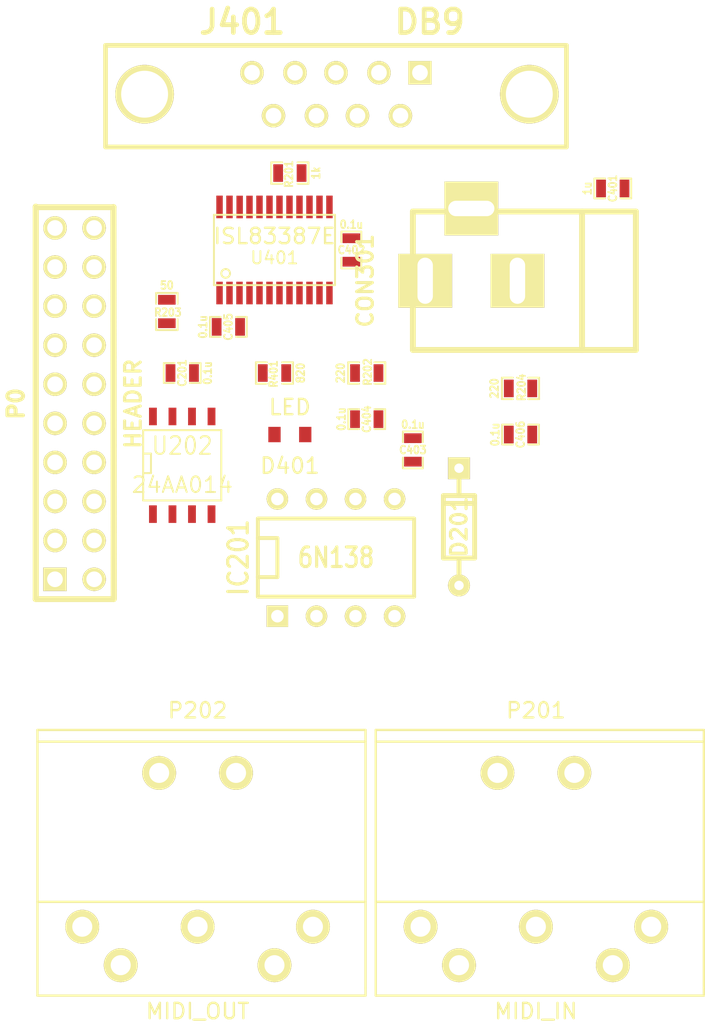
<source format=kicad_pcb>
(kicad_pcb (version 3) (host pcbnew "(2013-07-07 BZR 4022)-stable")

  (general
    (links 57)
    (no_connects 57)
    (area 0 0 0 0)
    (thickness 1.6)
    (drawings 0)
    (tracks 0)
    (zones 0)
    (modules 22)
    (nets 31)
  )

  (page A3)
  (layers
    (15 F.Cu signal)
    (0 B.Cu signal)
    (16 B.Adhes user)
    (17 F.Adhes user)
    (18 B.Paste user)
    (19 F.Paste user)
    (20 B.SilkS user)
    (21 F.SilkS user)
    (22 B.Mask user)
    (23 F.Mask user)
    (24 Dwgs.User user)
    (25 Cmts.User user)
    (26 Eco1.User user)
    (27 Eco2.User user)
    (28 Edge.Cuts user)
  )

  (setup
    (last_trace_width 0.254)
    (trace_clearance 0.254)
    (zone_clearance 0.508)
    (zone_45_only no)
    (trace_min 0.254)
    (segment_width 0.2)
    (edge_width 0.1)
    (via_size 0.889)
    (via_drill 0.635)
    (via_min_size 0.889)
    (via_min_drill 0.508)
    (uvia_size 0.508)
    (uvia_drill 0.127)
    (uvias_allowed no)
    (uvia_min_size 0.508)
    (uvia_min_drill 0.127)
    (pcb_text_width 0.3)
    (pcb_text_size 1.5 1.5)
    (mod_edge_width 0.15)
    (mod_text_size 1 1)
    (mod_text_width 0.15)
    (pad_size 1.5 1.5)
    (pad_drill 0.6)
    (pad_to_mask_clearance 0)
    (aux_axis_origin 0 0)
    (visible_elements FFFFFFBF)
    (pcbplotparams
      (layerselection 3178497)
      (usegerberextensions true)
      (excludeedgelayer true)
      (linewidth 0.150000)
      (plotframeref false)
      (viasonmask false)
      (mode 1)
      (useauxorigin false)
      (hpglpennumber 1)
      (hpglpenspeed 20)
      (hpglpendiameter 15)
      (hpglpenoverlay 2)
      (psnegative false)
      (psa4output false)
      (plotreference true)
      (plotvalue true)
      (plotothertext true)
      (plotinvisibletext false)
      (padsonsilk false)
      (subtractmaskfromsilk false)
      (outputformat 1)
      (mirror false)
      (drillshape 1)
      (scaleselection 1)
      (outputdirectory ""))
  )

  (net 0 "")
  (net 1 "/MIDI standalone/A0")
  (net 2 "/MIDI standalone/A1")
  (net 3 "/MIDI standalone/A2")
  (net 4 "/MIDI standalone/GND")
  (net 5 "/MIDI standalone/GND_ISO")
  (net 6 "/MIDI standalone/RS232 adapter block/A_CTS")
  (net 7 "/MIDI standalone/RS232 adapter block/A_DSR")
  (net 8 "/MIDI standalone/RS232 adapter block/A_DTR")
  (net 9 "/MIDI standalone/RS232 adapter block/A_RTS")
  (net 10 "/MIDI standalone/RS232 adapter block/A_RX")
  (net 11 "/MIDI standalone/RS232 adapter block/A_TX")
  (net 12 "/MIDI standalone/RX_ISO")
  (net 13 "/MIDI standalone/SCL")
  (net 14 "/MIDI standalone/SDA")
  (net 15 "/MIDI standalone/TX_ISO")
  (net 16 "/MIDI standalone/VCC_3V3")
  (net 17 "/MIDI standalone/VCC_5V_ISO")
  (net 18 N-0000020)
  (net 19 N-0000021)
  (net 20 N-0000032)
  (net 21 N-0000033)
  (net 22 N-0000034)
  (net 23 N-0000035)
  (net 24 N-0000036)
  (net 25 N-0000037)
  (net 26 N-0000038)
  (net 27 N-0000042)
  (net 28 N-0000043)
  (net 29 N-0000044)
  (net 30 N-0000051)

  (net_class Default "This is the default net class."
    (clearance 0.254)
    (trace_width 0.254)
    (via_dia 0.889)
    (via_drill 0.635)
    (uvia_dia 0.508)
    (uvia_drill 0.127)
    (add_net "")
    (add_net "/MIDI standalone/A0")
    (add_net "/MIDI standalone/A1")
    (add_net "/MIDI standalone/A2")
    (add_net "/MIDI standalone/GND")
    (add_net "/MIDI standalone/GND_ISO")
    (add_net "/MIDI standalone/RS232 adapter block/A_CTS")
    (add_net "/MIDI standalone/RS232 adapter block/A_DSR")
    (add_net "/MIDI standalone/RS232 adapter block/A_DTR")
    (add_net "/MIDI standalone/RS232 adapter block/A_RTS")
    (add_net "/MIDI standalone/RS232 adapter block/A_RX")
    (add_net "/MIDI standalone/RS232 adapter block/A_TX")
    (add_net "/MIDI standalone/RX_ISO")
    (add_net "/MIDI standalone/SCL")
    (add_net "/MIDI standalone/SDA")
    (add_net "/MIDI standalone/TX_ISO")
    (add_net "/MIDI standalone/VCC_3V3")
    (add_net "/MIDI standalone/VCC_5V_ISO")
    (add_net N-0000020)
    (add_net N-0000021)
    (add_net N-0000032)
    (add_net N-0000033)
    (add_net N-0000034)
    (add_net N-0000035)
    (add_net N-0000036)
    (add_net N-0000037)
    (add_net N-0000038)
    (add_net N-0000042)
    (add_net N-0000043)
    (add_net N-0000044)
    (add_net N-0000051)
  )

  (module Vishay_SMD_MiniLED (layer F.Cu) (tedit 53B4DF2C) (tstamp 53B7B9E3)
    (at 216 203)
    (path /53AB69CE/53B537B9/53B1042C)
    (fp_text reference D401 (at 0 2.032) (layer F.SilkS)
      (effects (font (size 1 1) (thickness 0.15)))
    )
    (fp_text value LED (at 0 -1.778) (layer F.SilkS)
      (effects (font (size 1 1) (thickness 0.15)))
    )
    (pad 1 smd rect (at -1 0) (size 0.8 1)
      (layers F.Cu F.Paste F.Mask)
      (net 23 N-0000035)
    )
    (pad 2 smd rect (at 1 0) (size 0.8 1)
      (layers F.Cu F.Paste F.Mask)
      (net 5 "/MIDI standalone/GND_ISO")
    )
  )

  (module tssop-24 (layer F.Cu) (tedit 50BDFAA3) (tstamp 53B7BA04)
    (at 215 191)
    (descr TSSOP-24)
    (path /53AB69CE/53B537B9/53B10425)
    (attr smd)
    (fp_text reference U401 (at 0 0.508) (layer F.SilkS)
      (effects (font (size 0.8001 0.8001) (thickness 0.11938)))
    )
    (fp_text value ISL83387E (at 0 -0.89916) (layer F.SilkS)
      (effects (font (size 1.00076 1.00076) (thickness 0.14986)))
    )
    (fp_line (start 3.937 -2.286) (end -3.937 -2.286) (layer F.SilkS) (width 0.127))
    (fp_line (start -3.937 -2.286) (end -3.937 2.286) (layer F.SilkS) (width 0.127))
    (fp_line (start -3.937 2.286) (end 3.937 2.286) (layer F.SilkS) (width 0.127))
    (fp_line (start 3.937 2.286) (end 3.937 -2.286) (layer F.SilkS) (width 0.127))
    (fp_circle (center -3.175 1.524) (end -3.302 1.778) (layer F.SilkS) (width 0.127))
    (pad 6 smd rect (at -0.32512 2.79908) (size 0.4191 1.47066)
      (layers F.Cu F.Paste F.Mask)
      (net 26 N-0000038)
    )
    (pad 7 smd rect (at 0.32512 2.79908) (size 0.4191 1.47066)
      (layers F.Cu F.Paste F.Mask)
      (net 12 "/MIDI standalone/RX_ISO")
    )
    (pad 8 smd rect (at 0.97536 2.79908) (size 0.4191 1.47066)
      (layers F.Cu F.Paste F.Mask)
    )
    (pad 9 smd rect (at 1.6256 2.79908) (size 0.4191 1.47066)
      (layers F.Cu F.Paste F.Mask)
      (net 24 N-0000036)
    )
    (pad 22 smd rect (at -2.26568 -2.794) (size 0.4191 1.47066)
      (layers F.Cu F.Paste F.Mask)
      (net 5 "/MIDI standalone/GND_ISO")
    )
    (pad 3 smd rect (at -2.27584 2.79908) (size 0.4191 1.47066)
      (layers F.Cu F.Paste F.Mask)
      (net 28 N-0000043)
    )
    (pad 4 smd rect (at -1.6256 2.79908) (size 0.4191 1.47066)
      (layers F.Cu F.Paste F.Mask)
      (net 29 N-0000044)
    )
    (pad 5 smd rect (at -0.97536 2.79908) (size 0.4191 1.47066)
      (layers F.Cu F.Paste F.Mask)
      (net 25 N-0000037)
    )
    (pad 15 smd rect (at 2.27584 -2.79908) (size 0.4191 1.47066)
      (layers F.Cu F.Paste F.Mask)
      (net 17 "/MIDI standalone/VCC_5V_ISO")
    )
    (pad 16 smd rect (at 1.6256 -2.79908) (size 0.4191 1.47066)
      (layers F.Cu F.Paste F.Mask)
      (net 8 "/MIDI standalone/RS232 adapter block/A_DTR")
    )
    (pad 17 smd rect (at 0.97536 -2.79908) (size 0.4191 1.47066)
      (layers F.Cu F.Paste F.Mask)
      (net 9 "/MIDI standalone/RS232 adapter block/A_RTS")
    )
    (pad 18 smd rect (at 0.32512 -2.79908) (size 0.4191 1.47066)
      (layers F.Cu F.Paste F.Mask)
      (net 11 "/MIDI standalone/RS232 adapter block/A_TX")
    )
    (pad 19 smd rect (at -0.32512 -2.79908) (size 0.4191 1.47066)
      (layers F.Cu F.Paste F.Mask)
      (net 7 "/MIDI standalone/RS232 adapter block/A_DSR")
    )
    (pad 20 smd rect (at -0.97536 -2.79908) (size 0.4191 1.47066)
      (layers F.Cu F.Paste F.Mask)
      (net 6 "/MIDI standalone/RS232 adapter block/A_CTS")
    )
    (pad 10 smd rect (at 2.27584 2.79908) (size 0.4191 1.47066)
      (layers F.Cu F.Paste F.Mask)
    )
    (pad 21 smd rect (at -1.6256 -2.794) (size 0.4191 1.47066)
      (layers F.Cu F.Paste F.Mask)
      (net 10 "/MIDI standalone/RS232 adapter block/A_RX")
    )
    (pad 2 smd rect (at -2.92608 2.79908) (size 0.4191 1.47066)
      (layers F.Cu F.Paste F.Mask)
      (net 30 N-0000051)
    )
    (pad 11 smd rect (at 2.92608 2.79908) (size 0.4191 1.47066)
      (layers F.Cu F.Paste F.Mask)
      (net 5 "/MIDI standalone/GND_ISO")
    )
    (pad 14 smd rect (at 2.92608 -2.79908) (size 0.4191 1.47066)
      (layers F.Cu F.Paste F.Mask)
      (net 15 "/MIDI standalone/TX_ISO")
    )
    (pad 23 smd rect (at -2.92608 -2.79908) (size 0.4191 1.47066)
      (layers F.Cu F.Paste F.Mask)
      (net 17 "/MIDI standalone/VCC_5V_ISO")
    )
    (pad 1 smd rect (at -3.57378 2.79908) (size 0.4191 1.47066)
      (layers F.Cu F.Paste F.Mask)
      (net 27 N-0000042)
    )
    (pad 12 smd rect (at 3.57378 2.79908) (size 0.4191 1.47066)
      (layers F.Cu F.Paste F.Mask)
    )
    (pad 13 smd rect (at 3.57378 -2.79908) (size 0.4191 1.47066)
      (layers F.Cu F.Paste F.Mask)
    )
    (pad 24 smd rect (at -3.57378 -2.79908) (size 0.4191 1.47066)
      (layers F.Cu F.Paste F.Mask)
      (net 17 "/MIDI standalone/VCC_5V_ISO")
    )
    (model smd/smd_dil/tssop-24.wrl
      (at (xyz 0 0 0))
      (scale (xyz 1 1 1))
      (rotate (xyz 0 0 0))
    )
  )

  (module SO8N (layer F.Cu) (tedit 45127296) (tstamp 53B7BA17)
    (at 209 205)
    (descr "Module CMS SOJ 8 pins large")
    (tags "CMS SOJ")
    (path /53AB69CE/53ABBAB7)
    (attr smd)
    (fp_text reference U202 (at 0 -1.27) (layer F.SilkS)
      (effects (font (size 1.143 1.016) (thickness 0.127)))
    )
    (fp_text value 24AA014 (at 0 1.27) (layer F.SilkS)
      (effects (font (size 1.016 1.016) (thickness 0.127)))
    )
    (fp_line (start -2.54 -2.286) (end 2.54 -2.286) (layer F.SilkS) (width 0.127))
    (fp_line (start 2.54 -2.286) (end 2.54 2.286) (layer F.SilkS) (width 0.127))
    (fp_line (start 2.54 2.286) (end -2.54 2.286) (layer F.SilkS) (width 0.127))
    (fp_line (start -2.54 2.286) (end -2.54 -2.286) (layer F.SilkS) (width 0.127))
    (fp_line (start -2.54 -0.762) (end -2.032 -0.762) (layer F.SilkS) (width 0.127))
    (fp_line (start -2.032 -0.762) (end -2.032 0.508) (layer F.SilkS) (width 0.127))
    (fp_line (start -2.032 0.508) (end -2.54 0.508) (layer F.SilkS) (width 0.127))
    (pad 8 smd rect (at -1.905 -3.175) (size 0.508 1.143)
      (layers F.Cu F.Paste F.Mask)
      (net 22 N-0000034)
    )
    (pad 7 smd rect (at -0.635 -3.175) (size 0.508 1.143)
      (layers F.Cu F.Paste F.Mask)
      (net 4 "/MIDI standalone/GND")
    )
    (pad 6 smd rect (at 0.635 -3.175) (size 0.508 1.143)
      (layers F.Cu F.Paste F.Mask)
      (net 13 "/MIDI standalone/SCL")
    )
    (pad 5 smd rect (at 1.905 -3.175) (size 0.508 1.143)
      (layers F.Cu F.Paste F.Mask)
      (net 14 "/MIDI standalone/SDA")
    )
    (pad 4 smd rect (at 1.905 3.175) (size 0.508 1.143)
      (layers F.Cu F.Paste F.Mask)
      (net 4 "/MIDI standalone/GND")
    )
    (pad 3 smd rect (at 0.635 3.175) (size 0.508 1.143)
      (layers F.Cu F.Paste F.Mask)
      (net 3 "/MIDI standalone/A2")
    )
    (pad 2 smd rect (at -0.635 3.175) (size 0.508 1.143)
      (layers F.Cu F.Paste F.Mask)
      (net 2 "/MIDI standalone/A1")
    )
    (pad 1 smd rect (at -1.905 3.175) (size 0.508 1.143)
      (layers F.Cu F.Paste F.Mask)
      (net 1 "/MIDI standalone/A0")
    )
    (model smd/cms_so8.wrl
      (at (xyz 0 0 0))
      (scale (xyz 0.5 0.38 0.5))
      (rotate (xyz 0 0 0))
    )
  )

  (module SM0603_Resistor (layer F.Cu) (tedit 5051B21B) (tstamp 53B7BA23)
    (at 208 195 270)
    (path /53AB69CE/53ABAC25)
    (attr smd)
    (fp_text reference R203 (at 0.0635 -0.0635 360) (layer F.SilkS)
      (effects (font (size 0.50038 0.4572) (thickness 0.1143)))
    )
    (fp_text value 50 (at -1.69926 0 360) (layer F.SilkS)
      (effects (font (size 0.508 0.4572) (thickness 0.1143)))
    )
    (fp_line (start -0.50038 -0.6985) (end -1.2065 -0.6985) (layer F.SilkS) (width 0.127))
    (fp_line (start -1.2065 -0.6985) (end -1.2065 0.6985) (layer F.SilkS) (width 0.127))
    (fp_line (start -1.2065 0.6985) (end -0.50038 0.6985) (layer F.SilkS) (width 0.127))
    (fp_line (start 1.2065 -0.6985) (end 0.50038 -0.6985) (layer F.SilkS) (width 0.127))
    (fp_line (start 1.2065 -0.6985) (end 1.2065 0.6985) (layer F.SilkS) (width 0.127))
    (fp_line (start 1.2065 0.6985) (end 0.50038 0.6985) (layer F.SilkS) (width 0.127))
    (pad 1 smd rect (at -0.762 0 270) (size 0.635 1.143)
      (layers F.Cu F.Paste F.Mask)
      (net 16 "/MIDI standalone/VCC_3V3")
    )
    (pad 2 smd rect (at 0.762 0 270) (size 0.635 1.143)
      (layers F.Cu F.Paste F.Mask)
      (net 22 N-0000034)
    )
    (model smd\resistors\R0603.wrl
      (at (xyz 0 0 0.001))
      (scale (xyz 0.5 0.5 0.5))
      (rotate (xyz 0 0 0))
    )
  )

  (module SM0603_Resistor (layer F.Cu) (tedit 5051B21B) (tstamp 53B7BA2F)
    (at 216 186 180)
    (path /53AB69CE/53B55725)
    (attr smd)
    (fp_text reference R201 (at 0.0635 -0.0635 270) (layer F.SilkS)
      (effects (font (size 0.50038 0.4572) (thickness 0.1143)))
    )
    (fp_text value 1k (at -1.69926 0 270) (layer F.SilkS)
      (effects (font (size 0.508 0.4572) (thickness 0.1143)))
    )
    (fp_line (start -0.50038 -0.6985) (end -1.2065 -0.6985) (layer F.SilkS) (width 0.127))
    (fp_line (start -1.2065 -0.6985) (end -1.2065 0.6985) (layer F.SilkS) (width 0.127))
    (fp_line (start -1.2065 0.6985) (end -0.50038 0.6985) (layer F.SilkS) (width 0.127))
    (fp_line (start 1.2065 -0.6985) (end 0.50038 -0.6985) (layer F.SilkS) (width 0.127))
    (fp_line (start 1.2065 -0.6985) (end 1.2065 0.6985) (layer F.SilkS) (width 0.127))
    (fp_line (start 1.2065 0.6985) (end 0.50038 0.6985) (layer F.SilkS) (width 0.127))
    (pad 1 smd rect (at -0.762 0 180) (size 0.635 1.143)
      (layers F.Cu F.Paste F.Mask)
      (net 17 "/MIDI standalone/VCC_5V_ISO")
    )
    (pad 2 smd rect (at 0.762 0 180) (size 0.635 1.143)
      (layers F.Cu F.Paste F.Mask)
      (net 12 "/MIDI standalone/RX_ISO")
    )
    (model smd\resistors\R0603.wrl
      (at (xyz 0 0 0.001))
      (scale (xyz 0.5 0.5 0.5))
      (rotate (xyz 0 0 0))
    )
  )

  (module SM0603_Resistor (layer F.Cu) (tedit 5051B21B) (tstamp 53B7BA3B)
    (at 221 199)
    (path /53AB69CE/53B5781A)
    (attr smd)
    (fp_text reference R202 (at 0.0635 -0.0635 90) (layer F.SilkS)
      (effects (font (size 0.50038 0.4572) (thickness 0.1143)))
    )
    (fp_text value 220 (at -1.69926 0 90) (layer F.SilkS)
      (effects (font (size 0.508 0.4572) (thickness 0.1143)))
    )
    (fp_line (start -0.50038 -0.6985) (end -1.2065 -0.6985) (layer F.SilkS) (width 0.127))
    (fp_line (start -1.2065 -0.6985) (end -1.2065 0.6985) (layer F.SilkS) (width 0.127))
    (fp_line (start -1.2065 0.6985) (end -0.50038 0.6985) (layer F.SilkS) (width 0.127))
    (fp_line (start 1.2065 -0.6985) (end 0.50038 -0.6985) (layer F.SilkS) (width 0.127))
    (fp_line (start 1.2065 -0.6985) (end 1.2065 0.6985) (layer F.SilkS) (width 0.127))
    (fp_line (start 1.2065 0.6985) (end 0.50038 0.6985) (layer F.SilkS) (width 0.127))
    (pad 1 smd rect (at -0.762 0) (size 0.635 1.143)
      (layers F.Cu F.Paste F.Mask)
      (net 20 N-0000032)
    )
    (pad 2 smd rect (at 0.762 0) (size 0.635 1.143)
      (layers F.Cu F.Paste F.Mask)
      (net 19 N-0000021)
    )
    (model smd\resistors\R0603.wrl
      (at (xyz 0 0 0.001))
      (scale (xyz 0.5 0.5 0.5))
      (rotate (xyz 0 0 0))
    )
  )

  (module SM0603_Resistor (layer F.Cu) (tedit 5051B21B) (tstamp 53B7BA47)
    (at 231 200)
    (path /53AB69CE/53B594BA)
    (attr smd)
    (fp_text reference R204 (at 0.0635 -0.0635 90) (layer F.SilkS)
      (effects (font (size 0.50038 0.4572) (thickness 0.1143)))
    )
    (fp_text value 220 (at -1.69926 0 90) (layer F.SilkS)
      (effects (font (size 0.508 0.4572) (thickness 0.1143)))
    )
    (fp_line (start -0.50038 -0.6985) (end -1.2065 -0.6985) (layer F.SilkS) (width 0.127))
    (fp_line (start -1.2065 -0.6985) (end -1.2065 0.6985) (layer F.SilkS) (width 0.127))
    (fp_line (start -1.2065 0.6985) (end -0.50038 0.6985) (layer F.SilkS) (width 0.127))
    (fp_line (start 1.2065 -0.6985) (end 0.50038 -0.6985) (layer F.SilkS) (width 0.127))
    (fp_line (start 1.2065 -0.6985) (end 1.2065 0.6985) (layer F.SilkS) (width 0.127))
    (fp_line (start 1.2065 0.6985) (end 0.50038 0.6985) (layer F.SilkS) (width 0.127))
    (pad 1 smd rect (at -0.762 0) (size 0.635 1.143)
      (layers F.Cu F.Paste F.Mask)
      (net 17 "/MIDI standalone/VCC_5V_ISO")
    )
    (pad 2 smd rect (at 0.762 0) (size 0.635 1.143)
      (layers F.Cu F.Paste F.Mask)
      (net 18 N-0000020)
    )
    (model smd\resistors\R0603.wrl
      (at (xyz 0 0 0.001))
      (scale (xyz 0.5 0.5 0.5))
      (rotate (xyz 0 0 0))
    )
  )

  (module SM0603_Resistor (layer F.Cu) (tedit 5051B21B) (tstamp 53B7BA53)
    (at 215 199 180)
    (path /53AB69CE/53B537B9/53B1042D)
    (attr smd)
    (fp_text reference R401 (at 0.0635 -0.0635 270) (layer F.SilkS)
      (effects (font (size 0.50038 0.4572) (thickness 0.1143)))
    )
    (fp_text value 820 (at -1.69926 0 270) (layer F.SilkS)
      (effects (font (size 0.508 0.4572) (thickness 0.1143)))
    )
    (fp_line (start -0.50038 -0.6985) (end -1.2065 -0.6985) (layer F.SilkS) (width 0.127))
    (fp_line (start -1.2065 -0.6985) (end -1.2065 0.6985) (layer F.SilkS) (width 0.127))
    (fp_line (start -1.2065 0.6985) (end -0.50038 0.6985) (layer F.SilkS) (width 0.127))
    (fp_line (start 1.2065 -0.6985) (end 0.50038 -0.6985) (layer F.SilkS) (width 0.127))
    (fp_line (start 1.2065 -0.6985) (end 1.2065 0.6985) (layer F.SilkS) (width 0.127))
    (fp_line (start 1.2065 0.6985) (end 0.50038 0.6985) (layer F.SilkS) (width 0.127))
    (pad 1 smd rect (at -0.762 0 180) (size 0.635 1.143)
      (layers F.Cu F.Paste F.Mask)
      (net 23 N-0000035)
    )
    (pad 2 smd rect (at 0.762 0 180) (size 0.635 1.143)
      (layers F.Cu F.Paste F.Mask)
      (net 24 N-0000036)
    )
    (model smd\resistors\R0603.wrl
      (at (xyz 0 0 0.001))
      (scale (xyz 0.5 0.5 0.5))
      (rotate (xyz 0 0 0))
    )
  )

  (module SM0603_Capa (layer F.Cu) (tedit 5051B1EC) (tstamp 53B7BA5F)
    (at 231 203)
    (path /53AB69CE/53B537B9/53B1042B)
    (attr smd)
    (fp_text reference C406 (at 0 0 90) (layer F.SilkS)
      (effects (font (size 0.508 0.4572) (thickness 0.1143)))
    )
    (fp_text value 0.1u (at -1.651 0 90) (layer F.SilkS)
      (effects (font (size 0.508 0.4572) (thickness 0.1143)))
    )
    (fp_line (start 0.50038 0.65024) (end 1.19888 0.65024) (layer F.SilkS) (width 0.11938))
    (fp_line (start -0.50038 0.65024) (end -1.19888 0.65024) (layer F.SilkS) (width 0.11938))
    (fp_line (start 0.50038 -0.65024) (end 1.19888 -0.65024) (layer F.SilkS) (width 0.11938))
    (fp_line (start -1.19888 -0.65024) (end -0.50038 -0.65024) (layer F.SilkS) (width 0.11938))
    (fp_line (start 1.19888 -0.635) (end 1.19888 0.635) (layer F.SilkS) (width 0.11938))
    (fp_line (start -1.19888 0.635) (end -1.19888 -0.635) (layer F.SilkS) (width 0.11938))
    (pad 1 smd rect (at -0.762 0) (size 0.635 1.143)
      (layers F.Cu F.Paste F.Mask)
      (net 29 N-0000044)
    )
    (pad 2 smd rect (at 0.762 0) (size 0.635 1.143)
      (layers F.Cu F.Paste F.Mask)
      (net 25 N-0000037)
    )
    (model smd\capacitors\C0603.wrl
      (at (xyz 0 0 0.001))
      (scale (xyz 0.5 0.5 0.5))
      (rotate (xyz 0 0 0))
    )
  )

  (module SM0603_Capa (layer F.Cu) (tedit 5051B1EC) (tstamp 53B7BA6B)
    (at 212 196)
    (path /53AB69CE/53B537B9/53B1042A)
    (attr smd)
    (fp_text reference C405 (at 0 0 90) (layer F.SilkS)
      (effects (font (size 0.508 0.4572) (thickness 0.1143)))
    )
    (fp_text value 0.1u (at -1.651 0 90) (layer F.SilkS)
      (effects (font (size 0.508 0.4572) (thickness 0.1143)))
    )
    (fp_line (start 0.50038 0.65024) (end 1.19888 0.65024) (layer F.SilkS) (width 0.11938))
    (fp_line (start -0.50038 0.65024) (end -1.19888 0.65024) (layer F.SilkS) (width 0.11938))
    (fp_line (start 0.50038 -0.65024) (end 1.19888 -0.65024) (layer F.SilkS) (width 0.11938))
    (fp_line (start -1.19888 -0.65024) (end -0.50038 -0.65024) (layer F.SilkS) (width 0.11938))
    (fp_line (start 1.19888 -0.635) (end 1.19888 0.635) (layer F.SilkS) (width 0.11938))
    (fp_line (start -1.19888 0.635) (end -1.19888 -0.635) (layer F.SilkS) (width 0.11938))
    (pad 1 smd rect (at -0.762 0) (size 0.635 1.143)
      (layers F.Cu F.Paste F.Mask)
      (net 27 N-0000042)
    )
    (pad 2 smd rect (at 0.762 0) (size 0.635 1.143)
      (layers F.Cu F.Paste F.Mask)
      (net 28 N-0000043)
    )
    (model smd\capacitors\C0603.wrl
      (at (xyz 0 0 0.001))
      (scale (xyz 0.5 0.5 0.5))
      (rotate (xyz 0 0 0))
    )
  )

  (module SM0603_Capa (layer F.Cu) (tedit 5051B1EC) (tstamp 53B7BA77)
    (at 221 202)
    (path /53AB69CE/53B537B9/53B10429)
    (attr smd)
    (fp_text reference C404 (at 0 0 90) (layer F.SilkS)
      (effects (font (size 0.508 0.4572) (thickness 0.1143)))
    )
    (fp_text value 0.1u (at -1.651 0 90) (layer F.SilkS)
      (effects (font (size 0.508 0.4572) (thickness 0.1143)))
    )
    (fp_line (start 0.50038 0.65024) (end 1.19888 0.65024) (layer F.SilkS) (width 0.11938))
    (fp_line (start -0.50038 0.65024) (end -1.19888 0.65024) (layer F.SilkS) (width 0.11938))
    (fp_line (start 0.50038 -0.65024) (end 1.19888 -0.65024) (layer F.SilkS) (width 0.11938))
    (fp_line (start -1.19888 -0.65024) (end -0.50038 -0.65024) (layer F.SilkS) (width 0.11938))
    (fp_line (start 1.19888 -0.635) (end 1.19888 0.635) (layer F.SilkS) (width 0.11938))
    (fp_line (start -1.19888 0.635) (end -1.19888 -0.635) (layer F.SilkS) (width 0.11938))
    (pad 1 smd rect (at -0.762 0) (size 0.635 1.143)
      (layers F.Cu F.Paste F.Mask)
      (net 26 N-0000038)
    )
    (pad 2 smd rect (at 0.762 0) (size 0.635 1.143)
      (layers F.Cu F.Paste F.Mask)
      (net 5 "/MIDI standalone/GND_ISO")
    )
    (model smd\capacitors\C0603.wrl
      (at (xyz 0 0 0.001))
      (scale (xyz 0.5 0.5 0.5))
      (rotate (xyz 0 0 0))
    )
  )

  (module SM0603_Capa (layer F.Cu) (tedit 5051B1EC) (tstamp 53B7BA83)
    (at 224 204 270)
    (path /53AB69CE/53B537B9/53B10428)
    (attr smd)
    (fp_text reference C403 (at 0 0 360) (layer F.SilkS)
      (effects (font (size 0.508 0.4572) (thickness 0.1143)))
    )
    (fp_text value 0.1u (at -1.651 0 360) (layer F.SilkS)
      (effects (font (size 0.508 0.4572) (thickness 0.1143)))
    )
    (fp_line (start 0.50038 0.65024) (end 1.19888 0.65024) (layer F.SilkS) (width 0.11938))
    (fp_line (start -0.50038 0.65024) (end -1.19888 0.65024) (layer F.SilkS) (width 0.11938))
    (fp_line (start 0.50038 -0.65024) (end 1.19888 -0.65024) (layer F.SilkS) (width 0.11938))
    (fp_line (start -1.19888 -0.65024) (end -0.50038 -0.65024) (layer F.SilkS) (width 0.11938))
    (fp_line (start 1.19888 -0.635) (end 1.19888 0.635) (layer F.SilkS) (width 0.11938))
    (fp_line (start -1.19888 0.635) (end -1.19888 -0.635) (layer F.SilkS) (width 0.11938))
    (pad 1 smd rect (at -0.762 0 270) (size 0.635 1.143)
      (layers F.Cu F.Paste F.Mask)
      (net 30 N-0000051)
    )
    (pad 2 smd rect (at 0.762 0 270) (size 0.635 1.143)
      (layers F.Cu F.Paste F.Mask)
      (net 5 "/MIDI standalone/GND_ISO")
    )
    (model smd\capacitors\C0603.wrl
      (at (xyz 0 0 0.001))
      (scale (xyz 0.5 0.5 0.5))
      (rotate (xyz 0 0 0))
    )
  )

  (module SM0603_Capa (layer F.Cu) (tedit 5051B1EC) (tstamp 53B7BA8F)
    (at 220 191 270)
    (path /53AB69CE/53B537B9/53B10427)
    (attr smd)
    (fp_text reference C402 (at 0 0 360) (layer F.SilkS)
      (effects (font (size 0.508 0.4572) (thickness 0.1143)))
    )
    (fp_text value 0.1u (at -1.651 0 360) (layer F.SilkS)
      (effects (font (size 0.508 0.4572) (thickness 0.1143)))
    )
    (fp_line (start 0.50038 0.65024) (end 1.19888 0.65024) (layer F.SilkS) (width 0.11938))
    (fp_line (start -0.50038 0.65024) (end -1.19888 0.65024) (layer F.SilkS) (width 0.11938))
    (fp_line (start 0.50038 -0.65024) (end 1.19888 -0.65024) (layer F.SilkS) (width 0.11938))
    (fp_line (start -1.19888 -0.65024) (end -0.50038 -0.65024) (layer F.SilkS) (width 0.11938))
    (fp_line (start 1.19888 -0.635) (end 1.19888 0.635) (layer F.SilkS) (width 0.11938))
    (fp_line (start -1.19888 0.635) (end -1.19888 -0.635) (layer F.SilkS) (width 0.11938))
    (pad 1 smd rect (at -0.762 0 270) (size 0.635 1.143)
      (layers F.Cu F.Paste F.Mask)
      (net 17 "/MIDI standalone/VCC_5V_ISO")
    )
    (pad 2 smd rect (at 0.762 0 270) (size 0.635 1.143)
      (layers F.Cu F.Paste F.Mask)
      (net 5 "/MIDI standalone/GND_ISO")
    )
    (model smd\capacitors\C0603.wrl
      (at (xyz 0 0 0.001))
      (scale (xyz 0.5 0.5 0.5))
      (rotate (xyz 0 0 0))
    )
  )

  (module SM0603_Capa (layer F.Cu) (tedit 5051B1EC) (tstamp 53B7BA9B)
    (at 237 187)
    (path /53AB69CE/53B537B9/53B10426)
    (attr smd)
    (fp_text reference C401 (at 0 0 90) (layer F.SilkS)
      (effects (font (size 0.508 0.4572) (thickness 0.1143)))
    )
    (fp_text value 1u (at -1.651 0 90) (layer F.SilkS)
      (effects (font (size 0.508 0.4572) (thickness 0.1143)))
    )
    (fp_line (start 0.50038 0.65024) (end 1.19888 0.65024) (layer F.SilkS) (width 0.11938))
    (fp_line (start -0.50038 0.65024) (end -1.19888 0.65024) (layer F.SilkS) (width 0.11938))
    (fp_line (start 0.50038 -0.65024) (end 1.19888 -0.65024) (layer F.SilkS) (width 0.11938))
    (fp_line (start -1.19888 -0.65024) (end -0.50038 -0.65024) (layer F.SilkS) (width 0.11938))
    (fp_line (start 1.19888 -0.635) (end 1.19888 0.635) (layer F.SilkS) (width 0.11938))
    (fp_line (start -1.19888 0.635) (end -1.19888 -0.635) (layer F.SilkS) (width 0.11938))
    (pad 1 smd rect (at -0.762 0) (size 0.635 1.143)
      (layers F.Cu F.Paste F.Mask)
      (net 17 "/MIDI standalone/VCC_5V_ISO")
    )
    (pad 2 smd rect (at 0.762 0) (size 0.635 1.143)
      (layers F.Cu F.Paste F.Mask)
      (net 5 "/MIDI standalone/GND_ISO")
    )
    (model smd\capacitors\C0603.wrl
      (at (xyz 0 0 0.001))
      (scale (xyz 0.5 0.5 0.5))
      (rotate (xyz 0 0 0))
    )
  )

  (module SM0603_Capa (layer F.Cu) (tedit 5051B1EC) (tstamp 53B7BAA7)
    (at 209 199 180)
    (path /53AB69CE/53B517EB)
    (attr smd)
    (fp_text reference C201 (at 0 0 270) (layer F.SilkS)
      (effects (font (size 0.508 0.4572) (thickness 0.1143)))
    )
    (fp_text value 0.1u (at -1.651 0 270) (layer F.SilkS)
      (effects (font (size 0.508 0.4572) (thickness 0.1143)))
    )
    (fp_line (start 0.50038 0.65024) (end 1.19888 0.65024) (layer F.SilkS) (width 0.11938))
    (fp_line (start -0.50038 0.65024) (end -1.19888 0.65024) (layer F.SilkS) (width 0.11938))
    (fp_line (start 0.50038 -0.65024) (end 1.19888 -0.65024) (layer F.SilkS) (width 0.11938))
    (fp_line (start -1.19888 -0.65024) (end -0.50038 -0.65024) (layer F.SilkS) (width 0.11938))
    (fp_line (start 1.19888 -0.635) (end 1.19888 0.635) (layer F.SilkS) (width 0.11938))
    (fp_line (start -1.19888 0.635) (end -1.19888 -0.635) (layer F.SilkS) (width 0.11938))
    (pad 1 smd rect (at -0.762 0 180) (size 0.635 1.143)
      (layers F.Cu F.Paste F.Mask)
      (net 4 "/MIDI standalone/GND")
    )
    (pad 2 smd rect (at 0.762 0 180) (size 0.635 1.143)
      (layers F.Cu F.Paste F.Mask)
      (net 22 N-0000034)
    )
    (model smd\capacitors\C0603.wrl
      (at (xyz 0 0 0.001))
      (scale (xyz 0.5 0.5 0.5))
      (rotate (xyz 0 0 0))
    )
  )

  (module pin_array_10x2 (layer F.Cu) (tedit 53B44F5B) (tstamp 53B7BAC3)
    (at 202 201 90)
    (descr "Double rangee de contacts 2 x 12 pins")
    (tags CONN)
    (path /53AB69C0)
    (fp_text reference P0 (at 0 -3.81 90) (layer F.SilkS)
      (effects (font (size 1.016 1.016) (thickness 0.254)))
    )
    (fp_text value HEADER (at 0 3.81 90) (layer F.SilkS)
      (effects (font (size 1.016 1.016) (thickness 0.2032)))
    )
    (fp_line (start -12.685 2.55) (end 12.79 2.525) (layer F.SilkS) (width 0.4))
    (fp_line (start -12.685 -2.525) (end 12.815 -2.525) (layer F.SilkS) (width 0.4))
    (fp_line (start -12.7 -2.54) (end -12.7 2.54) (layer F.SilkS) (width 0.381))
    (fp_line (start 12.78 2.54) (end 12.78 -2.54) (layer F.SilkS) (width 0.381))
    (pad 1 thru_hole rect (at -11.41 -1.275 90) (size 1.524 1.524) (drill 1.016)
      (layers *.Cu *.Mask F.SilkS)
    )
    (pad 20 thru_hole circle (at -11.41 1.275 90) (size 1.524 1.524) (drill 1.016)
      (layers *.Cu *.Mask F.SilkS)
    )
    (pad 19 thru_hole circle (at -8.89 1.27 90) (size 1.524 1.524) (drill 1.016)
      (layers *.Cu *.Mask F.SilkS)
    )
    (pad 2 thru_hole circle (at -8.89 -1.27 90) (size 1.524 1.524) (drill 1.016)
      (layers *.Cu *.Mask F.SilkS)
      (net 15 "/MIDI standalone/TX_ISO")
    )
    (pad 18 thru_hole circle (at -6.35 1.27 90) (size 1.524 1.524) (drill 1.016)
      (layers *.Cu *.Mask F.SilkS)
    )
    (pad 3 thru_hole circle (at -6.35 -1.27 90) (size 1.524 1.524) (drill 1.016)
      (layers *.Cu *.Mask F.SilkS)
      (net 12 "/MIDI standalone/RX_ISO")
    )
    (pad 17 thru_hole circle (at -3.81 1.27 90) (size 1.524 1.524) (drill 1.016)
      (layers *.Cu *.Mask F.SilkS)
    )
    (pad 4 thru_hole circle (at -3.81 -1.27 90) (size 1.524 1.524) (drill 1.016)
      (layers *.Cu *.Mask F.SilkS)
    )
    (pad 16 thru_hole circle (at -1.27 1.27 90) (size 1.524 1.524) (drill 1.016)
      (layers *.Cu *.Mask F.SilkS)
      (net 5 "/MIDI standalone/GND_ISO")
    )
    (pad 5 thru_hole circle (at -1.27 -1.27 90) (size 1.524 1.524) (drill 1.016)
      (layers *.Cu *.Mask F.SilkS)
      (net 5 "/MIDI standalone/GND_ISO")
    )
    (pad 15 thru_hole circle (at 1.27 1.27 90) (size 1.524 1.524) (drill 1.016)
      (layers *.Cu *.Mask F.SilkS)
    )
    (pad 6 thru_hole circle (at 1.27 -1.27 90) (size 1.524 1.524) (drill 1.016)
      (layers *.Cu *.Mask F.SilkS)
      (net 17 "/MIDI standalone/VCC_5V_ISO")
    )
    (pad 14 thru_hole circle (at 3.81 1.27 90) (size 1.524 1.524) (drill 1.016)
      (layers *.Cu *.Mask F.SilkS)
      (net 13 "/MIDI standalone/SCL")
    )
    (pad 7 thru_hole circle (at 3.81 -1.27 90) (size 1.524 1.524) (drill 1.016)
      (layers *.Cu *.Mask F.SilkS)
    )
    (pad 13 thru_hole circle (at 6.35 1.27 90) (size 1.524 1.524) (drill 1.016)
      (layers *.Cu *.Mask F.SilkS)
      (net 14 "/MIDI standalone/SDA")
    )
    (pad 8 thru_hole circle (at 6.35 -1.27 90) (size 1.524 1.524) (drill 1.016)
      (layers *.Cu *.Mask F.SilkS)
      (net 1 "/MIDI standalone/A0")
    )
    (pad 12 thru_hole circle (at 8.89 1.27 90) (size 1.524 1.524) (drill 1.016)
      (layers *.Cu *.Mask F.SilkS)
      (net 4 "/MIDI standalone/GND")
    )
    (pad 9 thru_hole circle (at 8.89 -1.27 90) (size 1.524 1.524) (drill 1.016)
      (layers *.Cu *.Mask F.SilkS)
      (net 2 "/MIDI standalone/A1")
    )
    (pad 11 thru_hole circle (at 11.43 1.27 90) (size 1.524 1.524) (drill 1.016)
      (layers *.Cu *.Mask F.SilkS)
      (net 16 "/MIDI standalone/VCC_3V3")
    )
    (pad 10 thru_hole circle (at 11.43 -1.27 90) (size 1.524 1.524) (drill 1.016)
      (layers *.Cu *.Mask F.SilkS)
      (net 3 "/MIDI standalone/A2")
    )
  )

  (module DO-35 (layer F.Cu) (tedit 4C5F69DC) (tstamp 53B7BAD0)
    (at 227 209 90)
    (descr "Diode 3 pas")
    (tags "DIODE DEV")
    (path /53AB69CE/53B58098)
    (fp_text reference D201 (at 0 0 90) (layer F.SilkS)
      (effects (font (size 1.016 1.016) (thickness 0.2032)))
    )
    (fp_text value 1N914 (at 0 0 90) (layer F.SilkS) hide
      (effects (font (size 1.016 1.016) (thickness 0.2032)))
    )
    (fp_line (start 2.032 0) (end 3.81 0) (layer F.SilkS) (width 0.3175))
    (fp_line (start -2.032 0) (end -3.81 0) (layer F.SilkS) (width 0.3175))
    (fp_line (start 1.524 -1.016) (end 1.524 1.016) (layer F.SilkS) (width 0.3175))
    (fp_line (start -2.032 -1.016) (end -2.032 1.016) (layer F.SilkS) (width 0.3175))
    (fp_line (start -2.032 1.016) (end 2.032 1.016) (layer F.SilkS) (width 0.3175))
    (fp_line (start 2.032 1.016) (end 2.032 -1.016) (layer F.SilkS) (width 0.3175))
    (fp_line (start 2.032 -1.016) (end -2.032 -1.016) (layer F.SilkS) (width 0.3175))
    (pad 2 thru_hole rect (at 3.81 0 90) (size 1.4224 1.4224) (drill 0.6096)
      (layers *.Cu *.Mask F.SilkS)
      (net 21 N-0000033)
    )
    (pad 1 thru_hole circle (at -3.81 0 90) (size 1.4224 1.4224) (drill 0.6096)
      (layers *.Cu *.Mask F.SilkS)
      (net 20 N-0000032)
    )
    (model discret/diode.wrl
      (at (xyz 0 0 0))
      (scale (xyz 0.3 0.3 0.3))
      (rotate (xyz 0 0 0))
    )
  )

  (module DIP-8__300 (layer F.Cu) (tedit 43A7F843) (tstamp 53B7BAE3)
    (at 219 211)
    (descr "8 pins DIL package, round pads")
    (tags DIL)
    (path /53AB69CE/53B544EA)
    (fp_text reference IC201 (at -6.35 0 90) (layer F.SilkS)
      (effects (font (size 1.27 1.143) (thickness 0.2032)))
    )
    (fp_text value 6N138 (at 0 0) (layer F.SilkS)
      (effects (font (size 1.27 1.016) (thickness 0.2032)))
    )
    (fp_line (start -5.08 -1.27) (end -3.81 -1.27) (layer F.SilkS) (width 0.254))
    (fp_line (start -3.81 -1.27) (end -3.81 1.27) (layer F.SilkS) (width 0.254))
    (fp_line (start -3.81 1.27) (end -5.08 1.27) (layer F.SilkS) (width 0.254))
    (fp_line (start -5.08 -2.54) (end 5.08 -2.54) (layer F.SilkS) (width 0.254))
    (fp_line (start 5.08 -2.54) (end 5.08 2.54) (layer F.SilkS) (width 0.254))
    (fp_line (start 5.08 2.54) (end -5.08 2.54) (layer F.SilkS) (width 0.254))
    (fp_line (start -5.08 2.54) (end -5.08 -2.54) (layer F.SilkS) (width 0.254))
    (pad 1 thru_hole rect (at -3.81 3.81) (size 1.397 1.397) (drill 0.8128)
      (layers *.Cu *.Mask F.SilkS)
    )
    (pad 2 thru_hole circle (at -1.27 3.81) (size 1.397 1.397) (drill 0.8128)
      (layers *.Cu *.Mask F.SilkS)
      (net 21 N-0000033)
    )
    (pad 3 thru_hole circle (at 1.27 3.81) (size 1.397 1.397) (drill 0.8128)
      (layers *.Cu *.Mask F.SilkS)
      (net 20 N-0000032)
    )
    (pad 4 thru_hole circle (at 3.81 3.81) (size 1.397 1.397) (drill 0.8128)
      (layers *.Cu *.Mask F.SilkS)
    )
    (pad 5 thru_hole circle (at 3.81 -3.81) (size 1.397 1.397) (drill 0.8128)
      (layers *.Cu *.Mask F.SilkS)
      (net 5 "/MIDI standalone/GND_ISO")
    )
    (pad 6 thru_hole circle (at 1.27 -3.81) (size 1.397 1.397) (drill 0.8128)
      (layers *.Cu *.Mask F.SilkS)
      (net 12 "/MIDI standalone/RX_ISO")
    )
    (pad 7 thru_hole circle (at -1.27 -3.81) (size 1.397 1.397) (drill 0.8128)
      (layers *.Cu *.Mask F.SilkS)
    )
    (pad 8 thru_hole circle (at -3.81 -3.81) (size 1.397 1.397) (drill 0.8128)
      (layers *.Cu *.Mask F.SilkS)
      (net 17 "/MIDI standalone/VCC_5V_ISO")
    )
    (model dil/dil_8.wrl
      (at (xyz 0 0 0))
      (scale (xyz 1 1 1))
      (rotate (xyz 0 0 0))
    )
  )

  (module DB9FD (layer F.Cu) (tedit 3F966BD4) (tstamp 53B7BAF6)
    (at 219 181)
    (descr "Connecteur DB9 femelle droit")
    (tags "CONN DB9")
    (path /53AB69CE/53B537B9/53B10424)
    (fp_text reference J401 (at -6.096 -4.826 180) (layer F.SilkS)
      (effects (font (size 1.524 1.524) (thickness 0.3048)))
    )
    (fp_text value DB9 (at 6.096 -4.826) (layer F.SilkS)
      (effects (font (size 1.524 1.524) (thickness 0.3048)))
    )
    (fp_line (start -14.986 -3.302) (end -14.986 3.302) (layer F.SilkS) (width 0.3048))
    (fp_line (start -14.986 3.302) (end 14.986 3.302) (layer F.SilkS) (width 0.3048))
    (fp_line (start 14.986 3.302) (end 14.986 -3.302) (layer F.SilkS) (width 0.3048))
    (fp_line (start 14.986 -3.302) (end -14.986 -3.302) (layer F.SilkS) (width 0.3048))
    (pad 0 thru_hole circle (at -12.446 -0.127) (size 3.81 3.81) (drill 3.048)
      (layers *.Cu *.Mask F.SilkS)
    )
    (pad 0 thru_hole circle (at 12.573 -0.127) (size 3.81 3.81) (drill 3.048)
      (layers *.Cu *.Mask F.SilkS)
    )
    (pad 1 thru_hole rect (at 5.461 -1.524) (size 1.524 1.524) (drill 1.016)
      (layers *.Cu *.Mask F.SilkS)
    )
    (pad 2 thru_hole circle (at 2.794 -1.524) (size 1.524 1.524) (drill 1.016)
      (layers *.Cu *.Mask F.SilkS)
      (net 10 "/MIDI standalone/RS232 adapter block/A_RX")
    )
    (pad 3 thru_hole circle (at 0 -1.524) (size 1.524 1.524) (drill 1.016)
      (layers *.Cu *.Mask F.SilkS)
      (net 11 "/MIDI standalone/RS232 adapter block/A_TX")
    )
    (pad 4 thru_hole circle (at -2.667 -1.524) (size 1.524 1.524) (drill 1.016)
      (layers *.Cu *.Mask F.SilkS)
      (net 8 "/MIDI standalone/RS232 adapter block/A_DTR")
    )
    (pad 5 thru_hole circle (at -5.461 -1.524) (size 1.524 1.524) (drill 1.016)
      (layers *.Cu *.Mask F.SilkS)
      (net 5 "/MIDI standalone/GND_ISO")
    )
    (pad 6 thru_hole circle (at 4.191 1.27) (size 1.524 1.524) (drill 1.016)
      (layers *.Cu *.Mask F.SilkS)
      (net 7 "/MIDI standalone/RS232 adapter block/A_DSR")
    )
    (pad 7 thru_hole circle (at 1.397 1.27) (size 1.524 1.524) (drill 1.016)
      (layers *.Cu *.Mask F.SilkS)
      (net 9 "/MIDI standalone/RS232 adapter block/A_RTS")
    )
    (pad 8 thru_hole circle (at -1.27 1.27) (size 1.524 1.524) (drill 1.016)
      (layers *.Cu *.Mask F.SilkS)
      (net 6 "/MIDI standalone/RS232 adapter block/A_CTS")
    )
    (pad 9 thru_hole circle (at -4.064 1.27) (size 1.524 1.524) (drill 1.016)
      (layers *.Cu *.Mask F.SilkS)
    )
    (model conn_DBxx/db9_female.wrl
      (at (xyz 0 0 0))
      (scale (xyz 1 1 1))
      (rotate (xyz 0 0 0))
    )
  )

  (module CUI_SDS-50J (layer F.Cu) (tedit 53B7B799) (tstamp 53B7BB0A)
    (at 210 225 180)
    (path /53AB69CE/53B5C1D8)
    (fp_text reference P202 (at 0 4.064 180) (layer F.SilkS)
      (effects (font (size 1 1) (thickness 0.15)))
    )
    (fp_text value MIDI_OUT (at 0 -15.494 180) (layer F.SilkS)
      (effects (font (size 1 1) (thickness 0.15)))
    )
    (fp_line (start -10.922 -8.382) (end -10.922 -13.97) (layer F.SilkS) (width 0.15))
    (fp_line (start -10.922 -13.97) (end -10.922 -14.478) (layer F.SilkS) (width 0.15))
    (fp_line (start -10.922 -14.478) (end 10.414 -14.478) (layer F.SilkS) (width 0.15))
    (fp_line (start 10.414 -14.478) (end 10.414 -8.382) (layer F.SilkS) (width 0.15))
    (fp_line (start -10.922 -8.382) (end 10.414 -8.382) (layer F.SilkS) (width 0.15))
    (fp_line (start -10.922 2.032) (end 10.414 2.032) (layer F.SilkS) (width 0.15))
    (fp_line (start 10.414 -8.382) (end 10.414 2.794) (layer F.SilkS) (width 0.15))
    (fp_line (start 10.414 2.794) (end -10.922 2.794) (layer F.SilkS) (width 0.15))
    (fp_line (start -10.922 2.794) (end -10.922 -8.382) (layer F.SilkS) (width 0.15))
    (pad ~ thru_hole circle (at 2.5 0 180) (size 2.2 2.2) (drill 1.3)
      (layers *.Cu *.Mask F.SilkS)
    )
    (pad ~ thru_hole circle (at -2.5 0 180) (size 2.2 2.2) (drill 1.3)
      (layers *.Cu *.Mask F.SilkS)
    )
    (pad 1 thru_hole circle (at 7.5 -10 180) (size 2.2 2.2) (drill 1.3)
      (layers *.Cu *.Mask F.SilkS)
    )
    (pad 4 thru_hole circle (at 5 -12.5 180) (size 2.2 2.2) (drill 1.3)
      (layers *.Cu *.Mask F.SilkS)
      (net 18 N-0000020)
    )
    (pad 2 thru_hole circle (at 0 -10 180) (size 2.2 2.2) (drill 1.3)
      (layers *.Cu *.Mask F.SilkS)
      (net 5 "/MIDI standalone/GND_ISO")
    )
    (pad 5 thru_hole circle (at -5 -12.5 180) (size 2.2 2.2) (drill 1.3)
      (layers *.Cu *.Mask F.SilkS)
      (net 15 "/MIDI standalone/TX_ISO")
    )
    (pad 3 thru_hole circle (at -7.5 -10 180) (size 2.2 2.2) (drill 1.3)
      (layers *.Cu *.Mask F.SilkS)
    )
  )

  (module CUI_SDS-50J (layer F.Cu) (tedit 53B7B799) (tstamp 53B7BB1E)
    (at 232 225 180)
    (path /53AB69CE/53B5C1CB)
    (fp_text reference P201 (at 0 4.064 180) (layer F.SilkS)
      (effects (font (size 1 1) (thickness 0.15)))
    )
    (fp_text value MIDI_IN (at 0 -15.494 180) (layer F.SilkS)
      (effects (font (size 1 1) (thickness 0.15)))
    )
    (fp_line (start -10.922 -8.382) (end -10.922 -13.97) (layer F.SilkS) (width 0.15))
    (fp_line (start -10.922 -13.97) (end -10.922 -14.478) (layer F.SilkS) (width 0.15))
    (fp_line (start -10.922 -14.478) (end 10.414 -14.478) (layer F.SilkS) (width 0.15))
    (fp_line (start 10.414 -14.478) (end 10.414 -8.382) (layer F.SilkS) (width 0.15))
    (fp_line (start -10.922 -8.382) (end 10.414 -8.382) (layer F.SilkS) (width 0.15))
    (fp_line (start -10.922 2.032) (end 10.414 2.032) (layer F.SilkS) (width 0.15))
    (fp_line (start 10.414 -8.382) (end 10.414 2.794) (layer F.SilkS) (width 0.15))
    (fp_line (start 10.414 2.794) (end -10.922 2.794) (layer F.SilkS) (width 0.15))
    (fp_line (start -10.922 2.794) (end -10.922 -8.382) (layer F.SilkS) (width 0.15))
    (pad ~ thru_hole circle (at 2.5 0 180) (size 2.2 2.2) (drill 1.3)
      (layers *.Cu *.Mask F.SilkS)
    )
    (pad ~ thru_hole circle (at -2.5 0 180) (size 2.2 2.2) (drill 1.3)
      (layers *.Cu *.Mask F.SilkS)
    )
    (pad 1 thru_hole circle (at 7.5 -10 180) (size 2.2 2.2) (drill 1.3)
      (layers *.Cu *.Mask F.SilkS)
    )
    (pad 4 thru_hole circle (at 5 -12.5 180) (size 2.2 2.2) (drill 1.3)
      (layers *.Cu *.Mask F.SilkS)
      (net 21 N-0000033)
    )
    (pad 2 thru_hole circle (at 0 -10 180) (size 2.2 2.2) (drill 1.3)
      (layers *.Cu *.Mask F.SilkS)
    )
    (pad 5 thru_hole circle (at -5 -12.5 180) (size 2.2 2.2) (drill 1.3)
      (layers *.Cu *.Mask F.SilkS)
      (net 19 N-0000021)
    )
    (pad 3 thru_hole circle (at -7.5 -10 180) (size 2.2 2.2) (drill 1.3)
      (layers *.Cu *.Mask F.SilkS)
    )
  )

  (module BARREL_JACK (layer F.Cu) (tedit 505F99C2) (tstamp 53B7BB2A)
    (at 231 193 180)
    (descr "DC Barrel Jack")
    (tags "Power Jack")
    (path /53AB69CE/53B537B9/53B38F34)
    (fp_text reference CON301 (at 10.09904 0 270) (layer F.SilkS)
      (effects (font (size 1.016 1.016) (thickness 0.2032)))
    )
    (fp_text value BARREL_JACK (at 0 -5.99948 180) (layer F.SilkS) hide
      (effects (font (size 1.016 1.016) (thickness 0.2032)))
    )
    (fp_line (start -4.0005 -4.50088) (end -4.0005 4.50088) (layer F.SilkS) (width 0.381))
    (fp_line (start -7.50062 -4.50088) (end -7.50062 4.50088) (layer F.SilkS) (width 0.381))
    (fp_line (start -7.50062 4.50088) (end 7.00024 4.50088) (layer F.SilkS) (width 0.381))
    (fp_line (start 7.00024 4.50088) (end 7.00024 -4.50088) (layer F.SilkS) (width 0.381))
    (fp_line (start 7.00024 -4.50088) (end -7.50062 -4.50088) (layer F.SilkS) (width 0.381))
    (pad 1 thru_hole rect (at 6.20014 0 180) (size 3.50012 3.50012) (drill oval 1.00076 2.99974)
      (layers *.Cu *.Mask F.SilkS)
      (net 17 "/MIDI standalone/VCC_5V_ISO")
    )
    (pad 2 thru_hole rect (at 0.20066 0 180) (size 3.50012 3.50012) (drill oval 1.00076 2.99974)
      (layers *.Cu *.Mask F.SilkS)
      (net 5 "/MIDI standalone/GND_ISO")
    )
    (pad 3 thru_hole rect (at 3.2004 4.699 180) (size 3.50012 3.50012) (drill oval 2.99974 1.00076)
      (layers *.Cu *.Mask F.SilkS)
    )
  )

)

</source>
